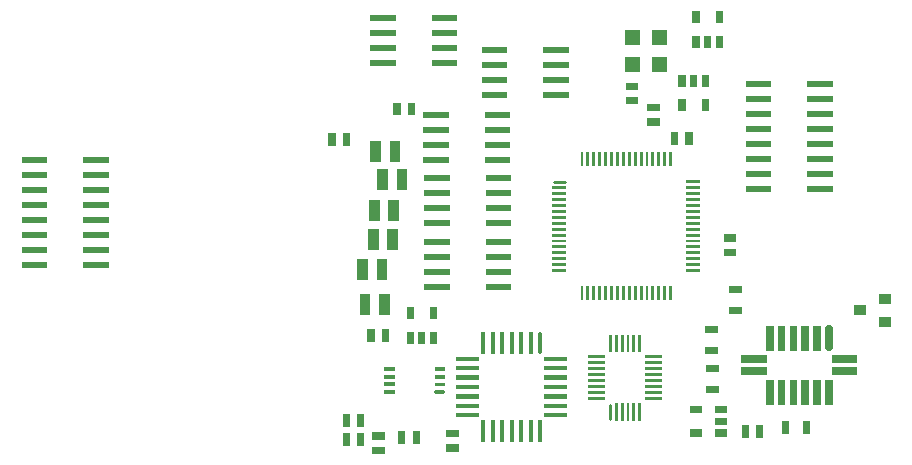
<source format=gbr>
G04 start of page 10 for group -4015 idx -4015
G04 Title: stribog.bis, toppaste *
G04 Creator: pcb 20080202 *
G04 CreationDate: Sun Nov 29 16:50:14 2009 UTC *
G04 For: dti *
G04 Format: Gerber/RS-274X *
G04 PCB-Dimensions: 314960 157480 *
G04 PCB-Coordinate-Origin: lower left *
%MOIN*%
%FSLAX24Y24*%
%LNFRONTPASTE*%
%ADD11C,0.0200*%
%ADD15C,0.0098*%
%ADD18C,0.0120*%
%ADD21R,0.0240X0.0240*%
%ADD22R,0.0340X0.0340*%
%ADD23R,0.0200X0.0200*%
%ADD35R,0.0360X0.0360*%
%ADD36R,0.0098X0.0098*%
%ADD37R,0.0120X0.0120*%
%ADD38R,0.0138X0.0138*%
%ADD39C,0.0138*%
%ADD40R,0.0256X0.0256*%
%ADD41C,0.0256*%
G54D41*X28366Y4815D02*Y4231D01*
G54D40*X27972Y4815D02*Y4231D01*
X27578Y4815D02*Y4231D01*
X27185Y4815D02*Y4231D01*
X26791Y4815D02*Y4231D01*
X26397Y4815D02*Y4231D01*
X28366Y3010D02*Y2426D01*
X27972Y3010D02*Y2426D01*
X27578Y3010D02*Y2426D01*
X27185Y3010D02*Y2426D01*
X26791Y3010D02*Y2426D01*
X26397Y3010D02*Y2426D01*
X28602Y3424D02*X29186D01*
X28602Y3818D02*X29186D01*
X25577Y3424D02*X26161D01*
X25577Y3818D02*X26161D01*
G54D21*X23863Y2138D02*X24023D01*
X23863Y1358D02*X24023D01*
X24683D02*X24843D01*
X24683Y1748D02*X24843D01*
X24683Y2138D02*X24843D01*
X25165Y6137D02*X25345D01*
X25165Y5437D02*X25345D01*
X24398Y2799D02*X24578D01*
X24398Y3499D02*X24578D01*
G54D35*X12908Y5799D02*Y5459D01*
X13548Y5799D02*Y5459D01*
G54D15*X21081Y2308D02*Y1824D01*
G54D36*X21278Y2308D02*Y1824D01*
X21475Y2308D02*Y1824D01*
X21672Y2308D02*Y1824D01*
X21869Y2308D02*Y1824D01*
X22065Y2308D02*Y1824D01*
X21081Y4592D02*Y4108D01*
X21278Y4592D02*Y4108D01*
X21475Y4592D02*Y4108D01*
X21672Y4592D02*Y4108D01*
X21869Y4592D02*Y4108D01*
X22065Y4592D02*Y4108D01*
X20387Y2518D02*X20871D01*
X20387Y2715D02*X20871D01*
X20387Y2912D02*X20871D01*
X20387Y3109D02*X20871D01*
X20387Y3306D02*X20871D01*
X20387Y3502D02*X20871D01*
X20387Y3699D02*X20871D01*
X20387Y3896D02*X20871D01*
X22278Y2518D02*X22762D01*
X22278Y2715D02*X22762D01*
X22278Y2912D02*X22762D01*
X22278Y3109D02*X22762D01*
X22278Y3306D02*X22762D01*
X22278Y3502D02*X22762D01*
X22278Y3699D02*X22762D01*
X22278Y3896D02*X22762D01*
G54D39*X18740Y4671D02*Y4055D01*
G54D38*X18425Y4671D02*Y4055D01*
X18110Y4671D02*Y4055D01*
X17795Y4671D02*Y4055D01*
X17480Y4671D02*Y4055D01*
X17165Y4671D02*Y4055D01*
X16850Y4671D02*Y4055D01*
X18957Y3838D02*X19573D01*
X18957Y3523D02*X19573D01*
X18957Y3208D02*X19573D01*
X18957Y2893D02*X19573D01*
X18957Y2578D02*X19573D01*
X18957Y2263D02*X19573D01*
X18957Y1948D02*X19573D01*
X18740Y1731D02*Y1115D01*
X18425Y1731D02*Y1115D01*
X18110Y1731D02*Y1115D01*
X17795Y1731D02*Y1115D01*
X17480Y1731D02*Y1115D01*
X17165Y1731D02*Y1115D01*
X16850Y1731D02*Y1115D01*
X16017Y3838D02*X16633D01*
X16017Y3523D02*X16633D01*
X16017Y3208D02*X16633D01*
X16017Y2893D02*X16633D01*
X16017Y2578D02*X16633D01*
X16017Y2263D02*X16633D01*
X16017Y1948D02*X16633D01*
G54D21*X22429Y11728D02*X22609D01*
X22429Y12208D02*X22609D01*
X12279Y1861D02*Y1681D01*
X12759Y1861D02*Y1681D01*
X12279Y1231D02*Y1051D01*
X12759Y1231D02*Y1051D01*
X14452Y12255D02*Y12075D01*
X13972Y12255D02*Y12075D01*
G54D11*G36*
X21574Y14798D02*Y14298D01*
X22074D01*
Y14798D01*
X21574D01*
G37*
G36*
Y13898D02*Y13398D01*
X22074D01*
Y13898D01*
X21574D01*
G37*
G36*
X22474Y14798D02*Y14298D01*
X22974D01*
Y14798D01*
X22474D01*
G37*
G36*
Y13898D02*Y13398D01*
X22974D01*
Y13898D01*
X22474D01*
G37*
G54D21*X21721Y12437D02*X21901D01*
X21721Y12917D02*X21901D01*
G54D35*X13262Y10918D02*Y10578D01*
X13902Y10918D02*Y10578D01*
X13183Y7965D02*Y7625D01*
X13823Y7965D02*Y7625D01*
X13223Y8949D02*Y8609D01*
X13863Y8949D02*Y8609D01*
X12829Y6981D02*Y6641D01*
X13469Y6981D02*Y6641D01*
G54D23*X14949Y11970D02*X15599D01*
X14949Y11470D02*X15599D01*
X14949Y10970D02*X15599D01*
X14949Y10470D02*X15599D01*
X16999D02*X17649D01*
X16999Y10970D02*X17649D01*
X16999Y11470D02*X17649D01*
X16999Y11970D02*X17649D01*
G54D21*X15736Y1342D02*X15916D01*
X15736Y862D02*X15916D01*
G54D23*X18948Y12635D02*X19598D01*
X18948Y13135D02*X19598D01*
X18948Y13635D02*X19598D01*
X18948Y14135D02*X19598D01*
X16898D02*X17548D01*
X16898Y13635D02*X17548D01*
X16898Y13135D02*X17548D01*
X16898Y12635D02*X17548D01*
X15227Y13698D02*X15877D01*
X15227Y14198D02*X15877D01*
X15227Y14698D02*X15877D01*
X15227Y15198D02*X15877D01*
X13177D02*X13827D01*
X13177Y14698D02*X13827D01*
X13177Y14198D02*X13827D01*
X13177Y13698D02*X13827D01*
G54D21*X25586Y1507D02*Y1327D01*
X26066Y1507D02*Y1327D01*
X24717Y15309D02*Y15149D01*
X23937Y15309D02*Y15149D01*
Y14489D02*Y14329D01*
X24327Y14489D02*Y14329D01*
X24717Y14489D02*Y14329D01*
X14610Y1310D02*Y1130D01*
X14130Y1310D02*Y1130D01*
G54D22*X30206Y5058D02*X30266D01*
X30206Y5838D02*X30266D01*
X29386Y5448D02*X29446D01*
G54D21*X24358Y4818D02*X24538D01*
X24358Y4118D02*X24538D01*
X23472Y12370D02*Y12210D01*
X24252Y12370D02*Y12210D01*
Y13190D02*Y13030D01*
X23862Y13190D02*Y13030D01*
X23472Y13190D02*Y13030D01*
X23704Y11271D02*Y11091D01*
X23224Y11271D02*Y11091D01*
G54D35*X13498Y9973D02*Y9633D01*
X14138Y9973D02*Y9633D01*
G54D21*X12287Y11231D02*Y11051D01*
X11807Y11231D02*Y11051D01*
G54D23*X3613Y6950D02*X4263D01*
X3613Y7450D02*X4263D01*
X3613Y7950D02*X4263D01*
X3613Y8450D02*X4263D01*
X3613Y8950D02*X4263D01*
X3613Y9450D02*X4263D01*
X3613Y9950D02*X4263D01*
X3613Y10450D02*X4263D01*
X1563D02*X2213D01*
X1563Y9950D02*X2213D01*
X1563Y9450D02*X2213D01*
X1563Y8950D02*X2213D01*
X1563Y8450D02*X2213D01*
X1563Y7950D02*X2213D01*
X1563Y7450D02*X2213D01*
X1563Y6950D02*X2213D01*
G54D15*X19189Y9730D02*X19559D01*
G54D36*X19189Y9533D02*X19559D01*
X19189Y9336D02*X19559D01*
X19189Y9139D02*X19559D01*
X19189Y8943D02*X19559D01*
X19189Y8746D02*X19559D01*
X19189Y8549D02*X19559D01*
X19189Y8352D02*X19559D01*
X19189Y8155D02*X19559D01*
X19189Y7958D02*X19559D01*
X19189Y7761D02*X19559D01*
X19189Y7565D02*X19559D01*
X19189Y7368D02*X19559D01*
X19189Y7171D02*X19559D01*
X19189Y6974D02*X19559D01*
X19189Y6777D02*X19559D01*
X20139Y6200D02*Y5830D01*
X20336Y6200D02*Y5830D01*
X20533Y6200D02*Y5830D01*
X20730Y6200D02*Y5830D01*
X20927Y6200D02*Y5830D01*
X21123Y6200D02*Y5830D01*
X21320Y6200D02*Y5830D01*
X21517Y6200D02*Y5830D01*
X21714Y6200D02*Y5830D01*
X21911Y6200D02*Y5830D01*
X22108Y6200D02*Y5830D01*
X22305Y6200D02*Y5830D01*
X22501Y6200D02*Y5830D01*
X22698Y6200D02*Y5830D01*
X22895Y6200D02*Y5830D01*
X23092Y6200D02*Y5830D01*
X23669Y6777D02*X24039D01*
X23669Y6974D02*X24039D01*
X23669Y7171D02*X24039D01*
X23669Y7368D02*X24039D01*
X23669Y7565D02*X24039D01*
X23669Y7761D02*X24039D01*
X23669Y7958D02*X24039D01*
X23669Y8155D02*X24039D01*
X23669Y8352D02*X24039D01*
X23669Y8549D02*X24039D01*
X23669Y8746D02*X24039D01*
X23669Y8943D02*X24039D01*
X23669Y9139D02*X24039D01*
X23669Y9336D02*X24039D01*
X23669Y9533D02*X24039D01*
X23669Y9730D02*X24039D01*
X23092Y10680D02*Y10310D01*
X22895Y10680D02*Y10310D01*
X22698Y10680D02*Y10310D01*
X22501Y10680D02*Y10310D01*
X22305Y10680D02*Y10310D01*
X22108Y10680D02*Y10310D01*
X21911Y10680D02*Y10310D01*
X21714Y10680D02*Y10310D01*
X21517Y10680D02*Y10310D01*
X21320Y10680D02*Y10310D01*
X21123Y10680D02*Y10310D01*
X20927Y10680D02*Y10310D01*
X20730Y10680D02*Y10310D01*
X20533Y10680D02*Y10310D01*
X20336Y10680D02*Y10310D01*
X20139Y10680D02*Y10310D01*
G54D21*X24988Y7378D02*X25168D01*
X24988Y7858D02*X25168D01*
G54D18*X15284Y2716D02*X15504D01*
G54D37*X15284Y2976D02*X15504D01*
X15284Y3226D02*X15504D01*
X15284Y3486D02*X15504D01*
X13614Y3496D02*X13834D01*
X13614Y3236D02*X13834D01*
X13614Y2986D02*X13834D01*
X13614Y2726D02*X13834D01*
G54D21*X15189Y5427D02*Y5267D01*
X14409Y5427D02*Y5267D01*
Y4607D02*Y4447D01*
X14799Y4607D02*Y4447D01*
X15189Y4607D02*Y4447D01*
X13256Y783D02*X13436D01*
X13256Y1263D02*X13436D01*
G54D23*X14988Y9844D02*X15638D01*
X14988Y9344D02*X15638D01*
X14988Y8844D02*X15638D01*
X14988Y8344D02*X15638D01*
X17038D02*X17688D01*
X17038Y8844D02*X17688D01*
X17038Y9344D02*X17688D01*
X17038Y9844D02*X17688D01*
G54D21*X13106Y4696D02*Y4516D01*
X13586Y4696D02*Y4516D01*
G54D23*X27747Y9509D02*X28397D01*
X27747Y10009D02*X28397D01*
X27747Y10509D02*X28397D01*
X27747Y11009D02*X28397D01*
X27747Y11509D02*X28397D01*
X27747Y12009D02*X28397D01*
X27747Y12509D02*X28397D01*
X27747Y13009D02*X28397D01*
X25697D02*X26347D01*
X25697Y12509D02*X26347D01*
X25697Y12009D02*X26347D01*
X25697Y11509D02*X26347D01*
X25697Y11009D02*X26347D01*
X25697Y10509D02*X26347D01*
X25697Y10009D02*X26347D01*
X25697Y9509D02*X26347D01*
G54D21*X27613Y1625D02*Y1445D01*
X26913Y1625D02*Y1445D01*
G54D23*X14988Y7718D02*X15638D01*
X14988Y7218D02*X15638D01*
X14988Y6718D02*X15638D01*
X14988Y6218D02*X15638D01*
X17038D02*X17688D01*
X17038Y6718D02*X17688D01*
X17038Y7218D02*X17688D01*
X17038Y7718D02*X17688D01*
M02*

</source>
